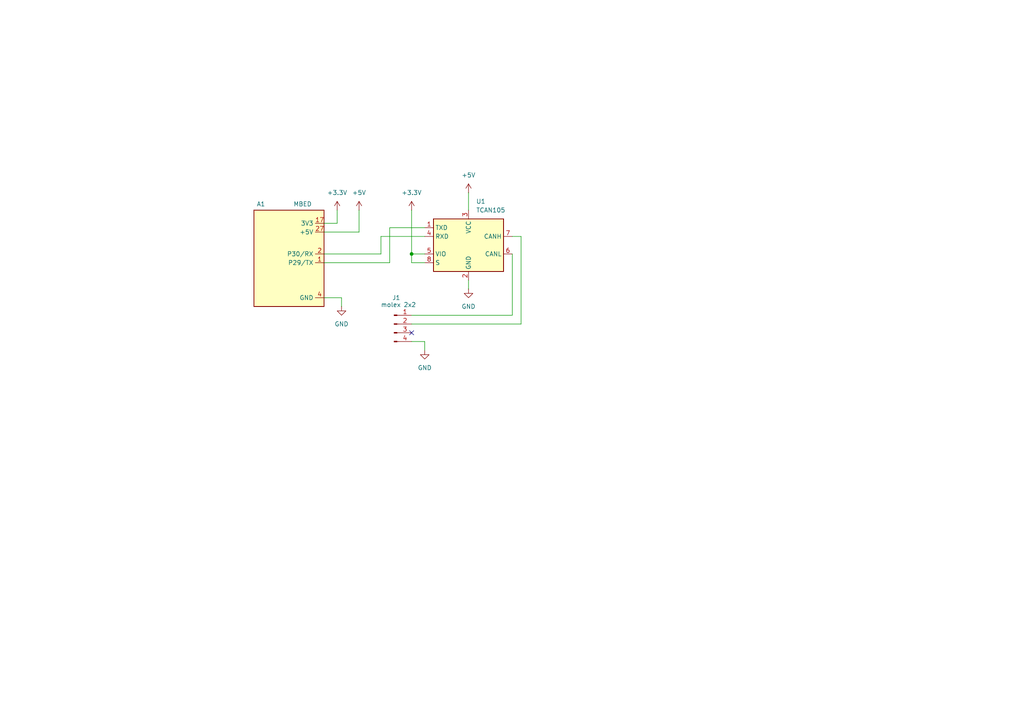
<source format=kicad_sch>
(kicad_sch (version 20231120) (generator "eeschema") (generator_version "8.0")
  (paper "A4")
  (lib_symbols
    (symbol "Connector:Conn_01x04_Pin" (pin_names (offset 1.016) hide)
      (property "Reference" "J" (at 0 5.08 0))
      (property "Value" "Conn_01x04_Pin" (at 0 -7.62 0))
      (symbol "Conn_01x04_Pin_1_1"
        (polyline (pts (xy 1.27 -5.08) (xy 0.8636 -5.08)) (stroke (width 0.1524)))
        (polyline (pts (xy 1.27 -2.54) (xy 0.8636 -2.54)) (stroke (width 0.1524)))
        (polyline (pts (xy 1.27 0) (xy 0.8636 0)) (stroke (width 0.1524)))
        (polyline (pts (xy 1.27 2.54) (xy 0.8636 2.54)) (stroke (width 0.1524)))
        (rectangle (start 0.8636 -4.953) (end 0 -5.207) (stroke (width 0.1524)) (fill (type outline)))
        (rectangle (start 0.8636 -2.413) (end 0 -2.667) (stroke (width 0.1524)) (fill (type outline)))
        (rectangle (start 0.8636 0.127) (end 0 -0.127) (stroke (width 0.1524)) (fill (type outline)))
        (rectangle (start 0.8636 2.667) (end 0 2.413) (stroke (width 0.1524)) (fill (type outline)))
        (pin passive line (at 5.08 2.54 180) (length 3.81) (name "Pin_1") (number "1"))
        (pin passive line (at 5.08 0 180) (length 3.81) (name "Pin_2") (number "2"))
        (pin passive line (at 5.08 -2.54 180) (length 3.81) (name "Pin_3") (number "3"))
        (pin passive line (at 5.08 -5.08 180) (length 3.81) (name "Pin_4") (number "4"))
      )
    )
    (symbol "Interface_CAN_LIN:TCAN330"
      (property "Reference" "U1" (at 2.1941 12.7 0))
      (property "Value" "TCAN105" (at 2.1941 10.16 0))
      (symbol "TCAN330_1_1"
        (rectangle (start -10.16 7.62) (end 10.16 -7.62) (stroke (width 0.254)) (fill (type background)))
        (pin input line (at -12.7 5.08 0) (length 2.54) (name "TXD") (number "1"))
        (pin power_in line (at 0 -10.16 90) (length 2.54) (name "GND") (number "2"))
        (pin power_in line (at 0 10.16 270) (length 2.54) (name "VCC") (number "3"))
        (pin tri_state line (at -12.7 2.54 0) (length 2.54) (name "RXD") (number "4"))
        (pin input line (at -12.7 -2.54 0) (length 2.54) (name "VIO") (number "5"))
        (pin bidirectional line (at 12.7 -2.54 180) (length 2.54) (name "CANL") (number "6"))
        (pin bidirectional line (at 12.7 2.54 180) (length 2.54) (name "CANH") (number "7"))
        (pin input line (at -12.7 -5.08 0) (length 2.54) (name "S") (number "8"))
      )
    )
    (symbol "MCU_Module:Arduino_Nano_Every"
      (property "Reference" "A1" (at 0.762 24.384 0))
      (property "Value" "MBED" (at 2.794 -7.112 0))
      (symbol "Arduino_Nano_Every_1_1"
        (rectangle (start -10.16 22.86) (end 10.16 -5.08) (stroke (width 0.254)) (fill (type background)))
        (pin bidirectional line (at 10.16 7.62 180) (length 2.54) (name "P29/TX") (number "1"))
        (pin power_out line (at 10.16 19.05 180) (length 2.54) (name "3V3") (number "17"))
        (pin bidirectional line (at 10.16 10.16 180) (length 2.54) (name "P30/RX") (number "2"))
        (pin power_out line (at 10.16 16.51 180) (length 2.54) (name "+5V") (number "27"))
        (pin passive line (at 0 -25.4 90) (length 2.54) hide (name "GND") (number "29"))
        (pin power_in line (at 10.16 -2.54 180) (length 2.54) (name "GND") (number "4"))
      )
    )
    (symbol "power:+3.3V" (power) (pin_numbers hide) (pin_names (offset 0) hide)
      (property "Value" "+3.3V" (at 0 3.556 0))
      (symbol "+3.3V_0_1"
        (polyline (pts (xy -0.762 1.27) (xy 0 2.54)))
        (polyline (pts (xy 0 0) (xy 0 2.54)))
        (polyline (pts (xy 0 2.54) (xy 0.762 1.27)))
      )
      (symbol "+3.3V_1_1"
        (pin power_in line (at 0 0 90) (length 0) (name "~") (number "1"))
      )
    )
    (symbol "power:+5V" (power) (pin_numbers hide) (pin_names (offset 0) hide)
      (property "Value" "+5V" (at 0 3.556 0))
      (symbol "+5V_0_1"
        (polyline (pts (xy -0.762 1.27) (xy 0 2.54)))
        (polyline (pts (xy 0 0) (xy 0 2.54)))
        (polyline (pts (xy 0 2.54) (xy 0.762 1.27)))
      )
      (symbol "+5V_1_1"
        (pin power_in line (at 0 0 90) (length 0) (name "~") (number "1"))
      )
    )
    (symbol "power:GND" (power) (pin_numbers hide) (pin_names (offset 0) hide)
      (property "Value" "GND" (at 0 -3.81 0))
      (symbol "GND_0_1"
        (polyline (pts (xy 0 0) (xy 0 -1.27) (xy 1.27 -1.27) (xy 0 -2.54) (xy -1.27 -1.27) (xy 0 -1.27)))
      )
      (symbol "GND_1_1"
        (pin power_in line (at 0 0 270) (length 0) (name "~") (number "1"))
      )
    )
  )
  (junction (at 119.38 73.66))
  (no_connect (at 119.38 96.52))
  (wire (pts (xy 113.03 66.04) (xy 113.03 76.2)))
  (wire (pts (xy 123.19 99.06) (xy 123.19 101.6)))
  (wire (pts (xy 119.38 99.06) (xy 123.19 99.06)))
  (wire (pts (xy 104.14 67.31) (xy 104.14 60.96)))
  (wire (pts (xy 123.19 66.04) (xy 113.03 66.04)))
  (wire (pts (xy 93.98 73.66) (xy 110.49 73.66)))
  (wire (pts (xy 148.59 68.58) (xy 151.13 68.58)))
  (wire (pts (xy 110.49 73.66) (xy 110.49 68.58)))
  (wire (pts (xy 99.06 86.36) (xy 93.98 86.36)))
  (wire (pts (xy 135.89 81.28) (xy 135.89 83.82)))
  (wire (pts (xy 151.13 68.58) (xy 151.13 93.98)))
  (wire (pts (xy 119.38 60.96) (xy 119.38 73.66)))
  (wire (pts (xy 119.38 73.66) (xy 123.19 73.66)))
  (wire (pts (xy 119.38 91.44) (xy 148.59 91.44)))
  (wire (pts (xy 93.98 64.77) (xy 97.79 64.77)))
  (wire (pts (xy 148.59 73.66) (xy 148.59 91.44)))
  (wire (pts (xy 119.38 73.66) (xy 119.38 76.2)))
  (wire (pts (xy 93.98 67.31) (xy 104.14 67.31)))
  (wire (pts (xy 99.06 88.9) (xy 99.06 86.36)))
  (wire (pts (xy 119.38 76.2) (xy 123.19 76.2)))
  (wire (pts (xy 110.49 68.58) (xy 123.19 68.58)))
  (wire (pts (xy 135.89 55.88) (xy 135.89 60.96)))
  (wire (pts (xy 119.38 93.98) (xy 151.13 93.98)))
  (wire (pts (xy 93.98 76.2) (xy 113.03 76.2)))
  (wire (pts (xy 97.79 64.77) (xy 97.79 60.96)))
  (symbol (lib_id "Interface_CAN_LIN:TCAN330") (at 135.89 71.12 0) (unit 1)
    (property "Reference" "U1" (at 138.0841 58.42 0) (effects (justify left)))
    (property "Value" "TCAN105" (at 138.0841 60.96 0) (effects (justify left)))
    (property "Datasheet" "http://www.ti.com/lit/ds/symlink/tcan337.pdf" (effects (hide yes)))
    (property "Description" "High-Speed CAN Transceiver, 1Mbps, 3.3V supply, silent mode, shutdown mode, SOT-23-8/SOIC-8" (effects (hide yes)))
  )
  (symbol (lib_id "power:GND") (at 123.19 101.6 0) (unit 1)
    (property "Reference" "#PWR07" (effects (hide yes)))
    (property "Value" "GND" (at 123.19 106.68 0))
    (property "Description" "Power symbol creates a global label with name \"GND\" , ground" (effects (hide yes)))
  )
  (symbol (lib_id "MCU_Module:Arduino_Nano_Every") (at 83.82 83.82 0) (unit 1)
    (property "Reference" "A1" (at 74.422 59.182 0) (effects (justify left)))
    (property "Value" "MBED" (at 85.09 59.182 0) (effects (justify left)))
    (property "Footprint" "Module:Arduino_Nano" (effects (hide yes)))
    (property "Datasheet" "https://content.arduino.cc/assets/NANOEveryV3.0_sch.pdf" (effects (hide yes)))
    (property "Description" "Arduino Nano Every" (effects (hide yes)))
  )
  (symbol (lib_id "power:GND") (at 135.89 83.82 0) (unit 1)
    (property "Reference" "#PWR06" (effects (hide yes)))
    (property "Value" "GND" (at 135.89 88.9 0))
    (property "Description" "Power symbol creates a global label with name \"GND\" , ground" (effects (hide yes)))
  )
  (symbol (lib_id "power:+5V") (at 135.89 55.88 0) (unit 1)
    (property "Reference" "#PWR04" (effects (hide yes)))
    (property "Value" "+5V" (at 135.89 50.8 0))
    (property "Description" "Power symbol creates a global label with name \"+5V\"" (effects (hide yes)))
  )
  (symbol (lib_id "power:+3.3V") (at 119.38 60.96 0) (unit 1)
    (property "Reference" "#PWR02" (effects (hide yes)))
    (property "Value" "+3.3V" (at 119.38 55.88 0))
    (property "Description" "Power symbol creates a global label with name \"+3.3V\"" (effects (hide yes)))
  )
  (symbol (lib_id "power:+3.3V") (at 97.79 60.96 0) (unit 1)
    (property "Reference" "#PWR01" (effects (hide yes)))
    (property "Value" "+3.3V" (at 97.79 55.88 0))
    (property "Description" "Power symbol creates a global label with name \"+3.3V\"" (effects (hide yes)))
  )
  (symbol (lib_id "power:+5V") (at 104.14 60.96 0) (unit 1)
    (property "Reference" "#PWR03" (effects (hide yes)))
    (property "Value" "+5V" (at 104.14 55.88 0))
    (property "Description" "Power symbol creates a global label with name \"+5V\"" (effects (hide yes)))
  )
  (symbol (lib_id "power:GND") (at 99.06 88.9 0) (unit 1)
    (property "Reference" "#PWR05" (effects (hide yes)))
    (property "Value" "GND" (at 99.06 93.98 0))
    (property "Description" "Power symbol creates a global label with name \"GND\" , ground" (effects (hide yes)))
  )
  (symbol (lib_id "Connector:Conn_01x04_Pin") (at 114.3 93.98 0) (unit 1)
    (property "Reference" "J1" (at 114.935 86.36 0))
    (property "Value" "molex 2x2" (at 115.57 88.392 0))
    (property "Description" "Generic connector, single row, 01x04, script generated" (effects (hide yes)))
  )
)
</source>
